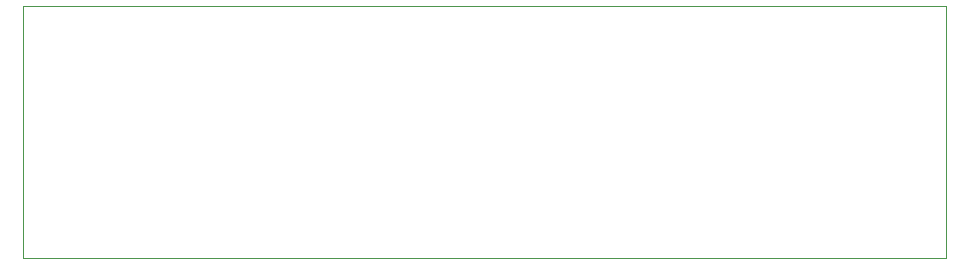
<source format=gbr>
%TF.GenerationSoftware,KiCad,Pcbnew,(5.1.10)-1*%
%TF.CreationDate,2021-08-06T14:31:04-07:00*%
%TF.ProjectId,main_board,6d61696e-5f62-46f6-9172-642e6b696361,rev?*%
%TF.SameCoordinates,Original*%
%TF.FileFunction,Profile,NP*%
%FSLAX46Y46*%
G04 Gerber Fmt 4.6, Leading zero omitted, Abs format (unit mm)*
G04 Created by KiCad (PCBNEW (5.1.10)-1) date 2021-08-06 14:31:04*
%MOMM*%
%LPD*%
G01*
G04 APERTURE LIST*
%TA.AperFunction,Profile*%
%ADD10C,0.050000*%
%TD*%
G04 APERTURE END LIST*
D10*
X132724000Y-72390000D02*
X132724000Y-93744000D01*
X54610000Y-93744000D02*
X132724000Y-93744000D01*
X54610000Y-72390000D02*
X54610000Y-93744000D01*
X54610000Y-72390000D02*
X132724000Y-72390000D01*
M02*

</source>
